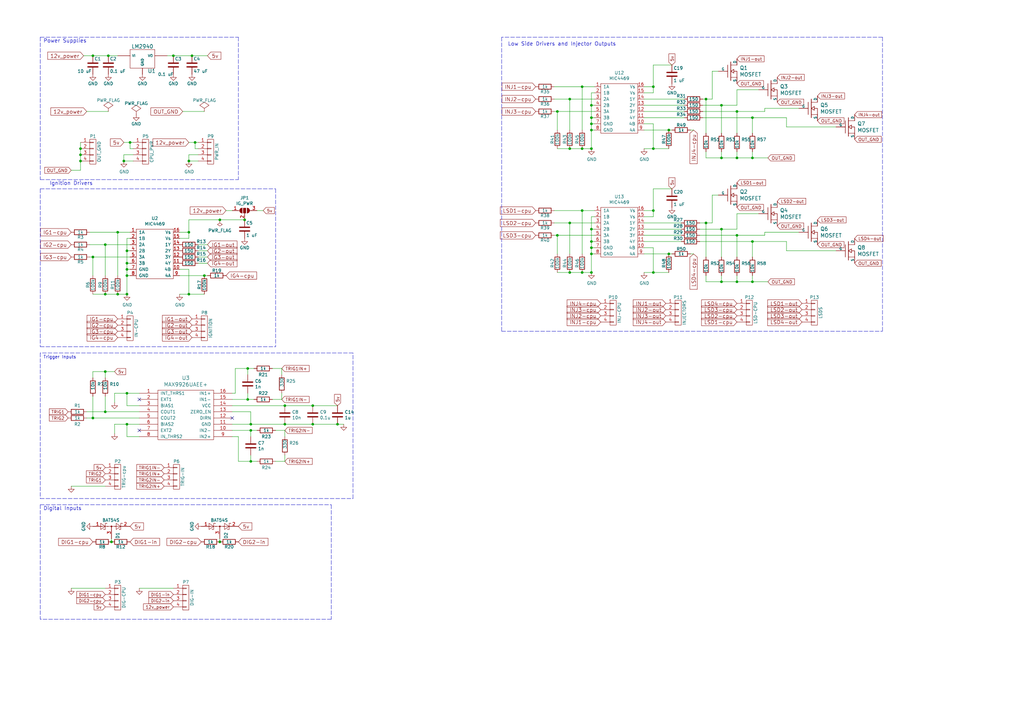
<source format=kicad_sch>
(kicad_sch (version 20211123) (generator eeschema)
  (paper "A3")
  (junction (at 267.97 86.36))
  (junction (at 289.56 40.64))
  (junction (at 302.26 115.57))
  (junction (at 33.02 60.96))
  (junction (at 52.07 102.87))
  (junction (at 38.1 105.41))
  (junction (at 242.57 101.6))
  (junction (at 242.57 111.76))
  (junction (at 52.07 120.65))
  (junction (at 233.68 91.44))
  (junction (at 101.6 151.13))
  (junction (at 77.47 95.25))
  (junction (at 52.07 107.95))
  (junction (at 43.18 100.33))
  (junction (at 267.97 35.56))
  (junction (at 138.43 173.99))
  (junction (at 52.07 113.03))
  (junction (at 77.47 120.65))
  (junction (at 233.68 60.96))
  (junction (at 233.68 40.64))
  (junction (at 45.72 222.25))
  (junction (at 295.91 43.18))
  (junction (at 90.17 222.25))
  (junction (at 128.27 166.37))
  (junction (at 295.91 115.57))
  (junction (at 302.26 64.77))
  (junction (at 44.45 22.86))
  (junction (at 80.01 58.42))
  (junction (at 308.61 64.77))
  (junction (at 242.57 93.98))
  (junction (at 295.91 93.98))
  (junction (at 242.57 50.8))
  (junction (at 83.82 113.03))
  (junction (at 33.02 63.5))
  (junction (at 274.32 104.14))
  (junction (at 48.26 120.65))
  (junction (at 102.87 173.99))
  (junction (at 116.84 166.37))
  (junction (at 78.74 22.86))
  (junction (at 90.17 90.17))
  (junction (at 274.32 53.34))
  (junction (at 242.57 48.26))
  (junction (at 71.12 22.86))
  (junction (at 128.27 173.99))
  (junction (at 308.61 115.57))
  (junction (at 100.33 90.17))
  (junction (at 295.91 64.77))
  (junction (at 238.76 111.76))
  (junction (at 242.57 60.96))
  (junction (at 267.97 60.96))
  (junction (at 242.57 53.34))
  (junction (at 289.56 91.44))
  (junction (at 238.76 35.56))
  (junction (at 302.26 96.52))
  (junction (at 101.6 163.83))
  (junction (at 242.57 43.18))
  (junction (at 242.57 104.14))
  (junction (at 102.87 176.53))
  (junction (at 116.84 173.99))
  (junction (at 52.07 173.99))
  (junction (at 48.26 95.25))
  (junction (at 308.61 48.26))
  (junction (at 242.57 99.06))
  (junction (at 302.26 45.72))
  (junction (at 267.97 111.76))
  (junction (at 43.18 152.4))
  (junction (at 238.76 86.36))
  (junction (at 308.61 99.06))
  (junction (at 43.18 168.91))
  (junction (at 52.07 161.29))
  (junction (at 52.07 110.49))
  (junction (at 38.1 22.86))
  (junction (at 53.34 58.42))
  (junction (at 33.02 66.04))
  (junction (at 102.87 189.23))
  (junction (at 233.68 111.76))
  (junction (at 38.1 171.45))
  (junction (at 50.8 66.04))
  (junction (at 238.76 60.96))
  (junction (at 77.47 66.04))
  (junction (at 43.18 120.65))
  (junction (at 228.6 96.52))
  (junction (at 228.6 45.72))
  (no_connect (at 57.15 176.53))
  (no_connect (at 95.25 171.45))
  (no_connect (at 57.15 163.83))
  (wire (pts (xy 48.26 95.25) (xy 53.34 95.25)))
  (wire (pts (xy 302.26 105.41) (xy 302.26 96.52)))
  (wire (pts (xy 267.97 26.67) (xy 267.97 35.56)))
  (wire (pts (xy 228.6 111.76) (xy 233.68 111.76)))
  (wire (pts (xy 308.61 113.03) (xy 308.61 115.57)))
  (wire (pts (xy 95.25 161.29) (xy 96.52 161.29)))
  (wire (pts (xy 295.91 54.61) (xy 295.91 43.18)))
  (wire (pts (xy 80.01 58.42) (xy 81.28 58.42)))
  (wire (pts (xy 52.07 110.49) (xy 52.07 113.03)))
  (wire (pts (xy 57.15 171.45) (xy 38.1 171.45)))
  (wire (pts (xy 289.56 64.77) (xy 295.91 64.77)))
  (wire (pts (xy 242.57 93.98) (xy 242.57 88.9)))
  (wire (pts (xy 36.83 105.41) (xy 38.1 105.41)))
  (wire (pts (xy 102.87 186.69) (xy 102.87 189.23)))
  (wire (pts (xy 101.6 163.83) (xy 104.14 163.83)))
  (wire (pts (xy 57.15 179.07) (xy 52.07 179.07)))
  (wire (pts (xy 54.61 63.5) (xy 50.8 63.5)))
  (wire (pts (xy 95.25 86.36) (xy 92.71 86.36)))
  (wire (pts (xy 295.91 93.98) (xy 302.26 93.98)))
  (wire (pts (xy 242.57 43.18) (xy 242.57 38.1)))
  (wire (pts (xy 71.12 22.86) (xy 78.74 22.86)))
  (wire (pts (xy 302.26 113.03) (xy 302.26 115.57)))
  (wire (pts (xy 295.91 43.18) (xy 302.26 43.18)))
  (wire (pts (xy 242.57 104.14) (xy 243.84 104.14)))
  (wire (pts (xy 81.28 107.95) (xy 85.09 107.95)))
  (wire (pts (xy 95.25 163.83) (xy 101.6 163.83)))
  (wire (pts (xy 52.07 161.29) (xy 46.99 161.29)))
  (wire (pts (xy 138.43 166.37) (xy 128.27 166.37)))
  (wire (pts (xy 242.57 50.8) (xy 243.84 50.8)))
  (wire (pts (xy 295.91 115.57) (xy 302.26 115.57)))
  (wire (pts (xy 289.56 62.23) (xy 289.56 64.77)))
  (wire (pts (xy 128.27 166.37) (xy 116.84 166.37)))
  (wire (pts (xy 43.18 113.03) (xy 43.18 100.33)))
  (wire (pts (xy 242.57 101.6) (xy 242.57 104.14)))
  (wire (pts (xy 264.16 104.14) (xy 274.32 104.14)))
  (wire (pts (xy 33.02 63.5) (xy 33.02 66.04)))
  (polyline (pts (xy 16.51 15.24) (xy 16.51 73.66)))
  (wire (pts (xy 77.47 58.42) (xy 80.01 58.42)))
  (wire (pts (xy 228.6 104.14) (xy 228.6 96.52)))
  (wire (pts (xy 102.87 176.53) (xy 105.41 176.53)))
  (wire (pts (xy 116.84 176.53) (xy 116.84 179.07)))
  (wire (pts (xy 238.76 53.34) (xy 238.76 35.56)))
  (wire (pts (xy 34.29 22.86) (xy 38.1 22.86)))
  (polyline (pts (xy 205.74 15.24) (xy 205.74 135.89)))
  (wire (pts (xy 322.58 48.26) (xy 322.58 52.07)))
  (wire (pts (xy 308.61 48.26) (xy 322.58 48.26)))
  (wire (pts (xy 308.61 99.06) (xy 322.58 99.06)))
  (wire (pts (xy 267.97 38.1) (xy 264.16 38.1)))
  (wire (pts (xy 43.18 162.56) (xy 43.18 168.91)))
  (wire (pts (xy 95.25 166.37) (xy 116.84 166.37)))
  (wire (pts (xy 267.97 88.9) (xy 264.16 88.9)))
  (wire (pts (xy 33.02 60.96) (xy 33.02 58.42)))
  (wire (pts (xy 74.93 45.72) (xy 83.82 45.72)))
  (wire (pts (xy 274.32 104.14) (xy 275.59 104.14)))
  (wire (pts (xy 105.41 86.36) (xy 107.95 86.36)))
  (wire (pts (xy 138.43 173.99) (xy 140.97 173.99)))
  (wire (pts (xy 52.07 107.95) (xy 52.07 110.49)))
  (wire (pts (xy 38.1 171.45) (xy 35.56 171.45)))
  (wire (pts (xy 267.97 77.47) (xy 267.97 86.36)))
  (wire (pts (xy 308.61 64.77) (xy 314.96 64.77)))
  (wire (pts (xy 302.26 43.18) (xy 302.26 36.83)))
  (wire (pts (xy 302.26 64.77) (xy 308.61 64.77)))
  (wire (pts (xy 57.15 173.99) (xy 52.07 173.99)))
  (wire (pts (xy 35.56 168.91) (xy 43.18 168.91)))
  (wire (pts (xy 38.1 120.65) (xy 43.18 120.65)))
  (wire (pts (xy 242.57 53.34) (xy 243.84 53.34)))
  (wire (pts (xy 238.76 60.96) (xy 242.57 60.96)))
  (wire (pts (xy 44.45 22.86) (xy 48.26 22.86)))
  (wire (pts (xy 302.26 62.23) (xy 302.26 64.77)))
  (wire (pts (xy 101.6 153.67) (xy 101.6 151.13)))
  (wire (pts (xy 233.68 60.96) (xy 238.76 60.96)))
  (wire (pts (xy 57.15 161.29) (xy 52.07 161.29)))
  (wire (pts (xy 292.1 80.01) (xy 294.64 80.01)))
  (wire (pts (xy 43.18 152.4) (xy 38.1 152.4)))
  (wire (pts (xy 96.52 161.29) (xy 96.52 151.13)))
  (wire (pts (xy 102.87 173.99) (xy 116.84 173.99)))
  (wire (pts (xy 308.61 115.57) (xy 314.96 115.57)))
  (wire (pts (xy 228.6 45.72) (xy 243.84 45.72)))
  (wire (pts (xy 57.15 166.37) (xy 52.07 166.37)))
  (wire (pts (xy 238.76 111.76) (xy 242.57 111.76)))
  (wire (pts (xy 295.91 64.77) (xy 302.26 64.77)))
  (wire (pts (xy 38.1 105.41) (xy 53.34 105.41)))
  (wire (pts (xy 233.68 104.14) (xy 233.68 91.44)))
  (wire (pts (xy 289.56 115.57) (xy 295.91 115.57)))
  (wire (pts (xy 38.1 113.03) (xy 38.1 105.41)))
  (wire (pts (xy 81.28 100.33) (xy 85.09 100.33)))
  (wire (pts (xy 116.84 189.23) (xy 116.84 186.69)))
  (wire (pts (xy 288.29 45.72) (xy 302.26 45.72)))
  (wire (pts (xy 242.57 101.6) (xy 243.84 101.6)))
  (wire (pts (xy 78.74 22.86) (xy 85.09 22.86)))
  (polyline (pts (xy 113.03 77.47) (xy 113.03 142.24)))
  (wire (pts (xy 264.16 91.44) (xy 279.4 91.44)))
  (wire (pts (xy 289.56 113.03) (xy 289.56 115.57)))
  (wire (pts (xy 52.07 120.65) (xy 52.07 113.03)))
  (wire (pts (xy 233.68 91.44) (xy 243.84 91.44)))
  (wire (pts (xy 242.57 111.76) (xy 242.57 104.14)))
  (wire (pts (xy 267.97 35.56) (xy 264.16 35.56)))
  (wire (pts (xy 83.82 113.03) (xy 85.09 113.03)))
  (wire (pts (xy 54.61 60.96) (xy 53.34 60.96)))
  (wire (pts (xy 95.25 168.91) (xy 102.87 168.91)))
  (wire (pts (xy 264.16 43.18) (xy 280.67 43.18)))
  (polyline (pts (xy 16.51 204.47) (xy 144.78 204.47)))
  (wire (pts (xy 264.16 96.52) (xy 279.4 96.52)))
  (wire (pts (xy 289.56 105.41) (xy 289.56 91.44)))
  (polyline (pts (xy 16.51 142.24) (xy 113.03 142.24)))
  (wire (pts (xy 52.07 113.03) (xy 53.34 113.03)))
  (wire (pts (xy 227.33 96.52) (xy 228.6 96.52)))
  (wire (pts (xy 227.33 40.64) (xy 233.68 40.64)))
  (wire (pts (xy 29.21 241.3) (xy 43.18 241.3)))
  (wire (pts (xy 242.57 99.06) (xy 243.84 99.06)))
  (wire (pts (xy 288.29 48.26) (xy 308.61 48.26)))
  (wire (pts (xy 102.87 189.23) (xy 105.41 189.23)))
  (wire (pts (xy 228.6 53.34) (xy 228.6 45.72)))
  (wire (pts (xy 302.26 115.57) (xy 308.61 115.57)))
  (polyline (pts (xy 16.51 77.47) (xy 16.51 142.24)))
  (wire (pts (xy 242.57 38.1) (xy 243.84 38.1)))
  (wire (pts (xy 308.61 62.23) (xy 308.61 64.77)))
  (wire (pts (xy 81.28 102.87) (xy 85.09 102.87)))
  (wire (pts (xy 81.28 60.96) (xy 80.01 60.96)))
  (wire (pts (xy 43.18 152.4) (xy 43.18 154.94)))
  (wire (pts (xy 238.76 35.56) (xy 243.84 35.56)))
  (wire (pts (xy 36.83 95.25) (xy 48.26 95.25)))
  (wire (pts (xy 52.07 102.87) (xy 52.07 97.79)))
  (wire (pts (xy 80.01 60.96) (xy 80.01 58.42)))
  (wire (pts (xy 242.57 48.26) (xy 242.57 50.8)))
  (wire (pts (xy 95.25 173.99) (xy 102.87 173.99)))
  (wire (pts (xy 264.16 111.76) (xy 267.97 111.76)))
  (wire (pts (xy 264.16 45.72) (xy 280.67 45.72)))
  (wire (pts (xy 283.21 104.14) (xy 284.48 104.14)))
  (wire (pts (xy 90.17 90.17) (xy 100.33 90.17)))
  (wire (pts (xy 295.91 62.23) (xy 295.91 64.77)))
  (wire (pts (xy 267.97 86.36) (xy 267.97 88.9)))
  (polyline (pts (xy 361.95 15.24) (xy 361.95 135.89)))
  (wire (pts (xy 111.76 163.83) (xy 115.57 163.83)))
  (wire (pts (xy 287.02 96.52) (xy 302.26 96.52)))
  (wire (pts (xy 267.97 111.76) (xy 274.32 111.76)))
  (wire (pts (xy 302.26 36.83) (xy 311.15 36.83)))
  (wire (pts (xy 33.02 63.5) (xy 33.02 60.96)))
  (wire (pts (xy 322.58 102.87) (xy 342.9 102.87)))
  (wire (pts (xy 302.26 96.52) (xy 313.69 96.52)))
  (polyline (pts (xy 135.89 207.01) (xy 135.89 254)))
  (polyline (pts (xy 97.79 15.24) (xy 97.79 73.66)))
  (wire (pts (xy 81.28 105.41) (xy 85.09 105.41)))
  (wire (pts (xy 77.47 66.04) (xy 81.28 66.04)))
  (wire (pts (xy 228.6 60.96) (xy 233.68 60.96)))
  (wire (pts (xy 287.02 93.98) (xy 295.91 93.98)))
  (polyline (pts (xy 135.89 254) (xy 16.51 254)))
  (wire (pts (xy 295.91 105.41) (xy 295.91 93.98)))
  (wire (pts (xy 289.56 54.61) (xy 289.56 40.64)))
  (wire (pts (xy 96.52 151.13) (xy 101.6 151.13)))
  (wire (pts (xy 267.97 50.8) (xy 267.97 60.96)))
  (wire (pts (xy 77.47 95.25) (xy 77.47 97.79)))
  (wire (pts (xy 287.02 91.44) (xy 289.56 91.44)))
  (wire (pts (xy 242.57 99.06) (xy 242.57 101.6)))
  (wire (pts (xy 264.16 48.26) (xy 280.67 48.26)))
  (wire (pts (xy 73.66 120.65) (xy 77.47 120.65)))
  (wire (pts (xy 264.16 50.8) (xy 267.97 50.8)))
  (wire (pts (xy 77.47 97.79) (xy 73.66 97.79)))
  (wire (pts (xy 264.16 60.96) (xy 267.97 60.96)))
  (wire (pts (xy 274.32 53.34) (xy 275.59 53.34)))
  (wire (pts (xy 264.16 99.06) (xy 279.4 99.06)))
  (wire (pts (xy 52.07 166.37) (xy 52.07 161.29)))
  (wire (pts (xy 77.47 63.5) (xy 77.47 66.04)))
  (wire (pts (xy 302.26 87.63) (xy 311.15 87.63)))
  (wire (pts (xy 113.03 176.53) (xy 116.84 176.53)))
  (wire (pts (xy 115.57 163.83) (xy 115.57 161.29)))
  (wire (pts (xy 264.16 101.6) (xy 267.97 101.6)))
  (wire (pts (xy 48.26 113.03) (xy 48.26 95.25)))
  (polyline (pts (xy 144.78 144.78) (xy 16.51 144.78)))
  (polyline (pts (xy 16.51 207.01) (xy 16.51 254)))
  (polyline (pts (xy 16.51 144.78) (xy 16.51 204.47)))
  (wire (pts (xy 81.28 63.5) (xy 77.47 63.5)))
  (wire (pts (xy 29.21 199.39) (xy 43.18 199.39)))
  (wire (pts (xy 50.8 63.5) (xy 50.8 66.04)))
  (wire (pts (xy 227.33 35.56) (xy 238.76 35.56)))
  (wire (pts (xy 264.16 40.64) (xy 280.67 40.64)))
  (wire (pts (xy 242.57 48.26) (xy 242.57 43.18)))
  (wire (pts (xy 242.57 50.8) (xy 242.57 53.34)))
  (wire (pts (xy 43.18 168.91) (xy 57.15 168.91)))
  (wire (pts (xy 111.76 151.13) (xy 115.57 151.13)))
  (wire (pts (xy 227.33 86.36) (xy 238.76 86.36)))
  (wire (pts (xy 97.79 189.23) (xy 102.87 189.23)))
  (wire (pts (xy 46.99 173.99) (xy 46.99 177.8)))
  (wire (pts (xy 267.97 26.67) (xy 275.59 26.67)))
  (wire (pts (xy 287.02 99.06) (xy 308.61 99.06)))
  (wire (pts (xy 308.61 105.41) (xy 308.61 99.06)))
  (wire (pts (xy 233.68 53.34) (xy 233.68 40.64)))
  (polyline (pts (xy 16.51 207.01) (xy 135.89 207.01)))
  (wire (pts (xy 57.15 241.3) (xy 71.12 241.3)))
  (wire (pts (xy 73.66 110.49) (xy 77.47 110.49)))
  (polyline (pts (xy 144.78 204.47) (xy 144.78 144.78)))
  (wire (pts (xy 45.72 220.98) (xy 45.72 222.25)))
  (wire (pts (xy 52.07 110.49) (xy 53.34 110.49)))
  (wire (pts (xy 288.29 40.64) (xy 289.56 40.64)))
  (wire (pts (xy 52.07 107.95) (xy 52.07 102.87)))
  (wire (pts (xy 115.57 151.13) (xy 115.57 153.67)))
  (wire (pts (xy 52.07 173.99) (xy 46.99 173.99)))
  (wire (pts (xy 43.18 120.65) (xy 48.26 120.65)))
  (wire (pts (xy 35.56 45.72) (xy 44.45 45.72)))
  (wire (pts (xy 227.33 91.44) (xy 233.68 91.44)))
  (wire (pts (xy 77.47 95.25) (xy 73.66 95.25)))
  (wire (pts (xy 90.17 90.17) (xy 77.47 90.17)))
  (wire (pts (xy 138.43 173.99) (xy 128.27 173.99)))
  (wire (pts (xy 288.29 43.18) (xy 295.91 43.18)))
  (wire (pts (xy 292.1 91.44) (xy 292.1 80.01)))
  (wire (pts (xy 267.97 60.96) (xy 274.32 60.96)))
  (wire (pts (xy 313.69 45.72) (xy 313.69 44.45)))
  (wire (pts (xy 101.6 161.29) (xy 101.6 163.83)))
  (wire (pts (xy 295.91 113.03) (xy 295.91 115.57)))
  (wire (pts (xy 322.58 99.06) (xy 322.58 102.87)))
  (wire (pts (xy 313.69 96.52) (xy 313.69 95.25)))
  (wire (pts (xy 38.1 152.4) (xy 38.1 154.94)))
  (wire (pts (xy 101.6 151.13) (xy 104.14 151.13)))
  (wire (pts (xy 52.07 102.87) (xy 53.34 102.87)))
  (wire (pts (xy 233.68 111.76) (xy 238.76 111.76)))
  (wire (pts (xy 95.25 179.07) (xy 97.79 179.07)))
  (wire (pts (xy 242.57 88.9) (xy 243.84 88.9)))
  (polyline (pts (xy 16.51 77.47) (xy 113.03 77.47)))
  (wire (pts (xy 322.58 52.07) (xy 342.9 52.07)))
  (wire (pts (xy 289.56 91.44) (xy 292.1 91.44)))
  (wire (pts (xy 267.97 101.6) (xy 267.97 111.76)))
  (wire (pts (xy 302.26 93.98) (xy 302.26 87.63)))
  (wire (pts (xy 43.18 100.33) (xy 53.34 100.33)))
  (polyline (pts (xy 205.74 135.89) (xy 361.95 135.89)))
  (wire (pts (xy 308.61 54.61) (xy 308.61 48.26)))
  (wire (pts (xy 292.1 29.21) (xy 294.64 29.21)))
  (wire (pts (xy 77.47 120.65) (xy 83.82 120.65)))
  (wire (pts (xy 52.07 107.95) (xy 53.34 107.95)))
  (wire (pts (xy 242.57 48.26) (xy 243.84 48.26)))
  (wire (pts (xy 77.47 110.49) (xy 77.47 120.65)))
  (wire (pts (xy 95.25 176.53) (xy 102.87 176.53)))
  (wire (pts (xy 52.07 97.79) (xy 53.34 97.79)))
  (wire (pts (xy 302.26 45.72) (xy 313.69 45.72)))
  (wire (pts (xy 46.99 152.4) (xy 43.18 152.4)))
  (wire (pts (xy 264.16 53.34) (xy 274.32 53.34)))
  (wire (pts (xy 53.34 58.42) (xy 54.61 58.42)))
  (wire (pts (xy 238.76 86.36) (xy 243.84 86.36)))
  (wire (pts (xy 313.69 95.25) (xy 327.66 95.25)))
  (wire (pts (xy 292.1 40.64) (xy 292.1 29.21)))
  (wire (pts (xy 233.68 40.64) (xy 243.84 40.64)))
  (wire (pts (xy 242.57 99.06) (xy 242.57 93.98)))
  (wire (pts (xy 267.97 77.47) (xy 275.59 77.47)))
  (wire (pts (xy 50.8 66.04) (xy 54.61 66.04)))
  (wire (pts (xy 38.1 22.86) (xy 44.45 22.86)))
  (wire (pts (xy 50.8 58.42) (xy 53.34 58.42)))
  (wire (pts (xy 52.07 179.07) (xy 52.07 173.99)))
  (polyline (pts (xy 361.95 15.24) (xy 205.74 15.24)))
  (wire (pts (xy 116.84 173.99) (xy 128.27 173.99)))
  (wire (pts (xy 238.76 104.14) (xy 238.76 86.36)))
  (wire (pts (xy 242.57 43.18) (xy 243.84 43.18)))
  (wire (pts (xy 36.83 100.33) (xy 43.18 100.33)))
  (wire (pts (xy 242.57 60.96) (xy 242.57 53.34)))
  (polyline (pts (xy 16.51 15.24) (xy 97.79 15.24)))
  (wire (pts (xy 242.57 93.98) (xy 243.84 93.98)))
  (wire (pts (xy 77.47 90.17) (xy 77.47 95.25)))
  (wire (pts (xy 102.87 179.07) (xy 102.87 176.53)))
  (wire (pts (xy 283.21 53.34) (xy 284.48 53.34)))
  (wire (pts (xy 73.66 113.03) (xy 83.82 113.03)))
  (wire (pts (xy 302.26 54.61) (xy 302.26 45.72)))
  (wire (pts (xy 102.87 168.91) (xy 102.87 173.99)))
  (wire (pts (xy 29.21 69.85) (xy 33.02 69.85)))
  (wire (pts (xy 46.99 161.29) (xy 46.99 165.1)))
  (wire (pts (xy 90.17 220.98) (xy 90.17 222.25)))
  (wire (pts (xy 267.97 86.36) (xy 264.16 86.36)))
  (wire (pts (xy 289.56 40.64) (xy 292.1 40.64)))
  (wire (pts (xy 113.03 189.23) (xy 116.84 189.23)))
  (wire (pts (xy 264.16 93.98) (xy 279.4 93.98)))
  (wire (pts (xy 68.58 22.86) (xy 71.12 22.86)))
  (wire (pts (xy 97.79 179.07) (xy 97.79 189.23)))
  (wire (pts (xy 227.33 45.72) (xy 228.6 45.72)))
  (wire (pts (xy 33.02 69.85) (xy 33.02 66.04)))
  (wire (pts (xy 38.1 162.56) (xy 38.1 171.45)))
  (wire (pts (xy 228.6 96.52) (xy 243.84 96.52)))
  (wire (pts (xy 313.69 44.45) (xy 327.66 44.45)))
  (polyline (pts (xy 16.51 73.66) (xy 97.79 73.66)))
  (wire (pts (xy 53.34 60.96) (xy 53.34 58.42)))
  (wire (pts (xy 48.26 120.65) (xy 52.07 120.65)))
  (wire (pts (xy 267.97 35.56) (xy 267.97 38.1)))
  (text "Power Supplies" (at 17.78 17.78 0) (effects (font (size 1.524 1.524)) (justify left bottom)))
  (text "Ignition Drivers" (at 20.32 76.2 0) (effects (font (size 1.524 1.524)) (justify left bottom)))
  (text "Trigger Inputs" (at 17.78 147.32 0) (effects (font (size 1.27 1.27)) (justify left bottom)))
  (text "Digital Inputs" (at 17.78 209.55 0) (effects (font (size 1.524 1.524)) (justify left bottom)))
  (text "Low Side Drivers and Injector Outputs" (at 208.28 19.05 0) (effects (font (size 1.524 1.524)) (justify left bottom)))
  (global_label "TRIG1IN-" (shape input) (at 67.31 191.77 180) (property "Intersheet References" "${INTERSHEET_REFS}" (effects hide)))
  (global_label "5v" (shape input) (at 107.95 86.36 0) (property "Intersheet References" "${INTERSHEET_REFS}" (effects hide)))
  (global_label "INJ4-cpu" (shape input) (at 246.38 124.46 180) (effects (font (size 1.524 1.524))) (property "Intersheet References" "${INTERSHEET_REFS}" (effects hide)))
  (global_label "IG3-cpu" (shape input) (at 48.26 135.89 180) (effects (font (size 1.524 1.524))) (property "Intersheet References" "${INTERSHEET_REFS}" (effects hide)))
  (global_label "TRIG1IN+" (shape input) (at 115.57 151.13 0) (property "Intersheet References" "${INTERSHEET_REFS}" (effects hide)))
  (global_label "INJ3-cpu" (shape input) (at 246.38 127 180) (effects (font (size 1.524 1.524))) (property "Intersheet References" "${INTERSHEET_REFS}" (effects hide)))
  (global_label "TRIG2IN+" (shape input) (at 116.84 189.23 0) (property "Intersheet References" "${INTERSHEET_REFS}" (effects hide)))
  (global_label "DIG1-cpu" (shape input) (at 38.1 222.25 180) (effects (font (size 1.524 1.524))) (property "Intersheet References" "${INTERSHEET_REFS}" (effects hide)))
  (global_label "INJ4-cpu" (shape input) (at 284.48 53.34 270) (effects (font (size 1.524 1.524))) (property "Intersheet References" "${INTERSHEET_REFS}" (effects hide)))
  (global_label "5v" (shape input) (at 97.79 215.9 0) (effects (font (size 1.524 1.524))) (property "Intersheet References" "${INTERSHEET_REFS}" (effects hide)))
  (global_label "IG2-cpu" (shape input) (at 48.26 133.35 180) (effects (font (size 1.524 1.524))) (property "Intersheet References" "${INTERSHEET_REFS}" (effects hide)))
  (global_label "5v" (shape input) (at 138.43 166.37 90) (property "Intersheet References" "${INTERSHEET_REFS}" (effects hide)))
  (global_label "IG4-cpu" (shape input) (at 48.26 138.43 180) (effects (font (size 1.524 1.524))) (property "Intersheet References" "${INTERSHEET_REFS}" (effects hide)))
  (global_label "TRIG2IN-" (shape input) (at 67.31 196.85 180) (property "Intersheet References" "${INTERSHEET_REFS}" (effects hide)))
  (global_label "12v_power" (shape input) (at 77.47 58.42 180) (effects (font (size 1.524 1.524))) (property "Intersheet References" "${INTERSHEET_REFS}" (effects hide)))
  (global_label "TRIG1" (shape input) (at 27.94 168.91 180) (property "Intersheet References" "${INTERSHEET_REFS}" (effects hide)))
  (global_label "12v_power" (shape input) (at 35.56 45.72 180) (effects (font (size 1.524 1.524))) (property "Intersheet References" "${INTERSHEET_REFS}" (effects hide)))
  (global_label "LSD4-out" (shape input) (at 350.52 97.79 0) (property "Intersheet References" "${INTERSHEET_REFS}" (effects hide)))
  (global_label "TRIG1IN-" (shape input) (at 115.57 163.83 0) (property "Intersheet References" "${INTERSHEET_REFS}" (effects hide)))
  (global_label "LSD2-out" (shape input) (at 328.93 127 180) (effects (font (size 1.524 1.524))) (property "Intersheet References" "${INTERSHEET_REFS}" (effects hide)))
  (global_label "LSD1-cpu" (shape input) (at 302.26 132.08 180) (effects (font (size 1.524 1.524))) (property "Intersheet References" "${INTERSHEET_REFS}" (effects hide)))
  (global_label "LSD4-out" (shape input) (at 328.93 132.08 180) (effects (font (size 1.524 1.524))) (property "Intersheet References" "${INTERSHEET_REFS}" (effects hide)))
  (global_label "5v" (shape input) (at 53.34 215.9 0) (effects (font (size 1.524 1.524))) (property "Intersheet References" "${INTERSHEET_REFS}" (effects hide)))
  (global_label "DIG1-cpu" (shape input) (at 43.18 243.84 180) (property "Intersheet References" "${INTERSHEET_REFS}" (effects hide)))
  (global_label "INJ3-out" (shape input) (at 335.28 39.37 0) (property "Intersheet References" "${INTERSHEET_REFS}" (effects hide)))
  (global_label "DIG2-in" (shape input) (at 71.12 246.38 180) (property "Intersheet References" "${INTERSHEET_REFS}" (effects hide)))
  (global_label "IG1-cpu" (shape input) (at 29.21 95.25 180) (effects (font (size 1.524 1.524))) (property "Intersheet References" "${INTERSHEET_REFS}" (effects hide)))
  (global_label "LSD3-out" (shape input) (at 328.93 129.54 180) (effects (font (size 1.524 1.524))) (property "Intersheet References" "${INTERSHEET_REFS}" (effects hide)))
  (global_label "OUT_GND" (shape input) (at 302.26 85.09 0) (property "Intersheet References" "${INTERSHEET_REFS}" (effects hide)))
  (global_label "IG2-out" (shape input) (at 78.74 133.35 180) (effects (font (size 1.524 1.524))) (property "Intersheet References" "${INTERSHEET_REFS}" (effects hide)))
  (global_label "OUT_GND" (shape input) (at 29.21 69.85 180) (property "Intersheet References" "${INTERSHEET_REFS}" (effects hide)))
  (global_label "TRIG2IN+" (shape input) (at 67.31 199.39 180) (property "Intersheet References" "${INTERSHEET_REFS}" (effects hide)))
  (global_label "LSD3-cpu" (shape input) (at 219.71 96.52 180) (effects (font (size 1.524 1.524))) (property "Intersheet References" "${INTERSHEET_REFS}" (effects hide)))
  (global_label "LSD4-cpu" (shape input) (at 302.26 124.46 180) (effects (font (size 1.524 1.524))) (property "Intersheet References" "${INTERSHEET_REFS}" (effects hide)))
  (global_label "INJ1-cpu" (shape input) (at 219.71 35.56 180) (effects (font (size 1.524 1.524))) (property "Intersheet References" "${INTERSHEET_REFS}" (effects hide)))
  (global_label "LSD4-cpu" (shape input) (at 284.48 104.14 270) (effects (font (size 1.524 1.524))) (property "Intersheet References" "${INTERSHEET_REFS}" (effects hide)))
  (global_label "OUT_GND" (shape input) (at 335.28 49.53 0) (property "Intersheet References" "${INTERSHEET_REFS}" (effects hide)))
  (global_label "DIG1-in" (shape input) (at 71.12 243.84 180) (property "Intersheet References" "${INTERSHEET_REFS}" (effects hide)))
  (global_label "12v_power" (shape input) (at 34.29 22.86 180) (effects (font (size 1.524 1.524))) (property "Intersheet References" "${INTERSHEET_REFS}" (effects hide)))
  (global_label "12v_power" (shape input) (at 92.71 86.36 180) (effects (font (size 1.524 1.524))) (property "Intersheet References" "${INTERSHEET_REFS}" (effects hide)))
  (global_label "TRIG2IN-" (shape input) (at 116.84 176.53 0) (property "Intersheet References" "${INTERSHEET_REFS}" (effects hide)))
  (global_label "5v" (shape input) (at 275.59 26.67 90) (property "Intersheet References" "${INTERSHEET_REFS}" (effects hide)))
  (global_label "TRIG2" (shape input) (at 27.94 171.45 180) (property "Intersheet References" "${INTERSHEET_REFS}" (effects hide)))
  (global_label "OUT_GND" (shape input) (at 302.26 34.29 0) (property "Intersheet References" "${INTERSHEET_REFS}" (effects hide)))
  (global_label "INJ1-out" (shape input) (at 302.26 24.13 0) (property "Intersheet References" "${INTERSHEET_REFS}" (effects hide)))
  (global_label "IG3-cpu" (shape input) (at 29.21 105.41 180) (effects (font (size 1.524 1.524))) (property "Intersheet References" "${INTERSHEET_REFS}" (effects hide)))
  (global_label "INJ4-out" (shape input) (at 350.52 46.99 0) (property "Intersheet References" "${INTERSHEET_REFS}" (effects hide)))
  (global_label "OUT_GND" (shape input) (at 335.28 100.33 0) (property "Intersheet References" "${INTERSHEET_REFS}" (effects hide)))
  (global_label "DIG1-in" (shape input) (at 53.34 222.25 0) (effects (font (size 1.524 1.524))) (property "Intersheet References" "${INTERSHEET_REFS}" (effects hide)))
  (global_label "INJ2-cpu" (shape input) (at 219.71 40.64 180) (effects (font (size 1.524 1.524))) (property "Intersheet References" "${INTERSHEET_REFS}" (effects hide)))
  (global_label "IG1-cpu" (shape input) (at 48.26 130.81 180) (effects (font (size 1.524 1.524))) (property "Intersheet References" "${INTERSHEET_REFS}" (effects hide)))
  (global_label "TRIG1IN+" (shape input) (at 67.31 194.31 180) (property "Intersheet References" "${INTERSHEET_REFS}" (effects hide)))
  (global_label "LSD2-cpu" (shape input) (at 302.26 129.54 180) (effects (font (size 1.524 1.524))) (property "Intersheet References" "${INTERSHEET_REFS}" (effects hide)))
  (global_label "TRIG2" (shape input) (at 43.18 194.31 180) (property "Intersheet References" "${INTERSHEET_REFS}" (effects hide)))
  (global_label "OUT_GND" (shape input) (at 350.52 107.95 0) (property "Intersheet References" "${INTERSHEET_REFS}" (effects hide)))
  (global_label "OUT_GND" (shape input) (at 74.93 45.72 180) (effects (font (size 1.524 1.524))) (property "Intersheet References" "${INTERSHEET_REFS}" (effects hide)))
  (global_label "OUT_GND" (shape input) (at 318.77 41.91 0) (property "Intersheet References" "${INTERSHEET_REFS}" (effects hide)))
  (global_label "OUT_GND" (shape input) (at 314.96 64.77 0) (property "Intersheet References" "${INTERSHEET_REFS}" (effects hide)))
  (global_label "IG4-out" (shape input) (at 78.74 138.43 180) (effects (font (size 1.524 1.524))) (property "Intersheet References" "${INTERSHEET_REFS}" (effects hide)))
  (global_label "5v" (shape input) (at 50.8 58.42 180) (effects (font (size 1.524 1.524))) (property "Intersheet References" "${INTERSHEET_REFS}" (effects hide)))
  (global_label "LSD3-cpu" (shape input) (at 302.26 127 180) (effects (font (size 1.524 1.524))) (property "Intersheet References" "${INTERSHEET_REFS}" (effects hide)))
  (global_label "5v" (shape input) (at 43.18 248.92 180) (property "Intersheet References" "${INTERSHEET_REFS}" (effects hide)))
  (global_label "LSD2-cpu" (shape input) (at 219.71 91.44 180) (effects (font (size 1.524 1.524))) (property "Intersheet References" "${INTERSHEET_REFS}" (effects hide)))
  (global_label "DIG2-cpu" (shape input) (at 82.55 222.25 180) (effects (font (size 1.524 1.524))) (property "Intersheet References" "${INTERSHEET_REFS}" (effects hide)))
  (global_label "IG4-out" (shape input) (at 85.09 107.95 0) (effects (font (size 1.524 1.524))) (property "Intersheet References" "${INTERSHEET_REFS}" (effects hide)))
  (global_label "5v" (shape input) (at 85.09 22.86 0) (effects (font (size 1.524 1.524))) (property "Intersheet References" "${INTERSHEET_REFS}" (effects hide)))
  (global_label "INJ2-out" (shape input) (at 318.77 31.75 0) (property "Intersheet References" "${INTERSHEET_REFS}" (effects hide)))
  (global_label "LSD1-out" (shape input) (at 302.26 74.93 0) (property "Intersheet References" "${INTERSHEET_REFS}" (effects hide)))
  (global_label "INJ2-cpu" (shape input) (at 246.38 129.54 180) (effects (font (size 1.524 1.524))) (property "Intersheet References" "${INTERSHEET_REFS}" (effects hide)))
  (global_label "LSD2-out" (shape input) (at 318.77 82.55 0) (property "Intersheet References" "${INTERSHEET_REFS}" (effects hide)))
  (global_label "DIG2-cpu" (shape input) (at 43.18 246.38 180) (property "Intersheet References" "${INTERSHEET_REFS}" (effects hide)))
  (global_label "INJ4-out" (shape input) (at 273.05 132.08 180) (effects (font (size 1.524 1.524))) (property "Intersheet References" "${INTERSHEET_REFS}" (effects hide)))
  (global_label "DIG2-in" (shape input) (at 97.79 222.25 0) (effects (font (size 1.524 1.524))) (property "Intersheet References" "${INTERSHEET_REFS}" (effects hide)))
  (global_label "LSD1-cpu" (shape input) (at 219.71 86.36 180) (effects (font (size 1.524 1.524))) (property "Intersheet References" "${INTERSHEET_REFS}" (effects hide)))
  (global_label "TRIG1" (shape input) (at 43.18 196.85 180) (property "Intersheet References" "${INTERSHEET_REFS}" (effects hide)))
  (global_label "IG3-out" (shape input) (at 78.74 135.89 180) (effects (font (size 1.524 1.524))) (property "Intersheet References" "${INTERSHEET_REFS}" (effects hide)))
  (global_label "OUT_GND" (shape input) (at 350.52 57.15 0) (property "Intersheet References" "${INTERSHEET_REFS}" (effects hide)))
  (global_label "LSD1-out" (shape input) (at 328.93 124.46 180) (effects (font (size 1.524 1.524))) (property "Intersheet References" "${INTERSHEET_REFS}" (effects hide)))
  (global_label "INJ1-cpu" (shape input) (at 246.38 132.08 180) (effects (font (size 1.524 1.524))) (property "Intersheet References" "${INTERSHEET_REFS}" (effects hide)))
  (global_label "INJ3-cpu" (shape input) (at 219.71 45.72 180) (effects (font (size 1.524 1.524))) (property "Intersheet References" "${INTERSHEET_REFS}" (effects hide)))
  (global_label "IG4-cpu" (shape input) (at 92.71 113.03 0) (effects (font (size 1.524 1.524))) (property "Intersheet References" "${INTERSHEET_REFS}" (effects hide)))
  (global_label "12v_power" (shape input) (at 71.12 248.92 180) (property "Intersheet References" "${INTERSHEET_REFS}" (effects hide)))
  (global_label "5v" (shape input) (at 46.99 152.4 0) (property "Intersheet References" "${INTERSHEET_REFS}" (effects hide)))
  (global_label "INJ2-out" (shape input) (at 273.05 127 180) (effects (font (size 1.524 1.524))) (property "Intersheet References" "${INTERSHEET_REFS}" (effects hide)))
  (global_label "OUT_GND" (shape input) (at 314.96 115.57 0) (property "Intersheet References" "${INTERSHEET_REFS}" (effects hide)))
  (global_label "IG2-out" (shape input) (at 85.09 102.87 0) (effects (font (size 1.524 1.524))) (property "Intersheet References" "${INTERSHEET_REFS}" (effects hide)))
  (global_label "IG2-cpu" (shape input) (at 29.21 100.33 180) (effects (font (size 1.524 1.524))) (property "Intersheet References" "${INTERSHEET_REFS}" (effects hide)))
  (global_label "LSD3-out" (shape input) (at 335.28 90.17 0) (property "Intersheet References" "${INTERSHEET_REFS}" (effects hide)))
  (global_label "OUT_GND" (shape input) (at 318.77 92.71 0) (property "Intersheet References" "${INTERSHEET_REFS}" (effects hide)))
  (global_label "IG1-out" (shape input) (at 78.74 130.81 180) (effects (font (size 1.524 1.524))) (property "Intersheet References" "${INTERSHEET_REFS}" (effects hide)))
  (global_label "5v" (shape input) (at 275.59 77.47 90) (property "Intersheet References" "${INTERSHEET_REFS}" (effects hide)))
  (global_label "5v" (shape input) (at 43.18 191.77 180) (property "Intersheet References" "${INTERSHEET_REFS}" (effects hide)))
  (global_label "IG3-out" (shape input) (at 85.09 105.41 0) (effects (font (size 1.524 1.524))) (property "Intersheet References" "${INTERSHEET_REFS}" (effects hide)))
  (global_label "INJ1-out" (shape input) (at 273.05 124.46 180) (effects (font (size 1.524 1.524))) (property "Intersheet References" "${INTERSHEET_REFS}" (effects hide)))
  (global_label "INJ3-out" (shape input) (at 273.05 129.54 180) (effects (font (size 1.524 1.524))) (property "Intersheet References" "${INTERSHEET_REFS}" (effects hide)))
  (global_label "IG1-out" (shape input) (at 85.09 100.33 0) (effects (font (size 1.524 1.524))) (property "Intersheet References" "${INTERSHEET_REFS}" (effects hide)))
  (symbol (lib_id "io-rescue:LM2940-io-rescue-io-rescue") (at 58.42 24.13 0) (unit 1)
    (property "Reference" "U1" (at 62.23 29.1084 0) (effects (font (size 1.524 1.524))))
    (property "Value" "LM2940" (at 58.42 19.05 0) (effects (font (size 1.524 1.524))))
    (property "Footprint" "Package_TO_SOT_THT:TO-220-3_Horizontal_TabDown" (effects hide))
  )
  (symbol (lib_id "io-rescue:C-io-rescue-io-rescue") (at 44.45 26.67 0) (unit 1)
    (property "Reference" "C2" (at 45.085 24.13 0) (effects (justify left)))
    (property "Value" "0.1 uF" (at 45.085 29.21 0) (effects (justify left)))
    (property "Footprint" "Capacitor_SMD:C_0805_2012Metric_Pad1.18x1.45mm_HandSolder" (effects hide))
    (property "Rating" "X7R" (effects hide))
  )
  (symbol (lib_id "io-rescue:C-io-rescue-io-rescue") (at 38.1 26.67 0) (unit 1)
    (property "Reference" "C1" (at 38.735 24.13 0) (effects (justify left)))
    (property "Value" "10 uF" (at 31.75 29.21 0) (effects (justify left)))
    (property "Footprint" "Capacitor_SMD:C_0805_2012Metric_Pad1.18x1.45mm_HandSolder" (effects hide))
    (property "Rating" "Tantalum 35V" (effects hide))
  )
  (symbol (lib_id "io-rescue:C-io-rescue-io-rescue") (at 71.12 26.67 0) (unit 1)
    (property "Reference" "C3" (at 71.755 24.13 0) (effects (justify left)))
    (property "Value" "0.1 uF" (at 64.77 30.48 0) (effects (justify left)))
    (property "Footprint" "Capacitor_SMD:C_0805_2012Metric_Pad1.18x1.45mm_HandSolder" (effects hide))
    (property "Rating" "X7R" (effects hide))
  )
  (symbol (lib_id "io-rescue:C-io-rescue-io-rescue") (at 78.74 26.67 0) (unit 1)
    (property "Reference" "C4" (at 79.375 24.13 0) (effects (justify left)))
    (property "Value" "47 uF" (at 79.375 29.21 0) (effects (justify left)))
    (property "Footprint" "Capacitor_SMD:C_1206_3216Metric" (effects hide))
    (property "Rating" "Tantalum 10V" (effects hide))
  )
  (symbol (lib_id "io-rescue:GND-io-rescue-io-rescue") (at 38.1 30.48 0) (unit 1)
    (property "Reference" "#PWR03" (effects hide))
    (property "Value" "GND" (at 38.1 34.29 0))
  )
  (symbol (lib_id "io-rescue:GND-io-rescue-io-rescue") (at 44.45 30.48 0) (unit 1)
    (property "Reference" "#PWR05" (effects hide))
    (property "Value" "GND" (at 44.45 34.29 0))
  )
  (symbol (lib_id "io-rescue:GND-io-rescue-io-rescue") (at 58.42 30.48 0) (unit 1)
    (property "Reference" "#PWR012" (effects hide))
    (property "Value" "GND" (at 58.42 34.29 0))
  )
  (symbol (lib_id "io-rescue:GND-io-rescue-io-rescue") (at 71.12 30.48 0) (unit 1)
    (property "Reference" "#PWR013" (effects hide))
    (property "Value" "GND" (at 71.12 34.29 0))
  )
  (symbol (lib_id "io-rescue:GND-io-rescue-io-rescue") (at 78.74 30.48 0) (unit 1)
    (property "Reference" "#PWR016" (effects hide))
    (property "Value" "GND" (at 78.74 34.29 0))
  )
  (symbol (lib_id "io-rescue:GND-io-rescue-io-rescue") (at 55.88 46.99 0) (unit 1)
    (property "Reference" "#PWR010" (effects hide))
    (property "Value" "GND" (at 55.88 50.8 0))
  )
  (symbol (lib_id "io-rescue:PWR_FLAG-io-rescue-io-rescue") (at 44.45 45.72 0) (unit 1)
    (property "Reference" "#FLG01" (effects hide))
    (property "Value" "PWR_FLAG" (at 44.45 41.148 0))
  )
  (symbol (lib_id "io-rescue:PWR_FLAG-io-rescue-io-rescue") (at 83.82 45.72 0) (unit 1)
    (property "Reference" "#FLG03" (effects hide))
    (property "Value" "PWR_FLAG" (at 83.82 41.148 0))
  )
  (symbol (lib_id "io-rescue:PWR_FLAG-io-rescue-io-rescue") (at 55.88 46.99 0) (unit 1)
    (property "Reference" "#FLG02" (effects hide))
    (property "Value" "PWR_FLAG" (at 55.88 42.418 0))
  )
  (symbol (lib_id "io-rescue:R-io-rescue-io-rescue") (at 38.1 116.84 180) (unit 1)
    (property "Reference" "R6" (at 36.068 116.84 90))
    (property "Value" "100k" (at 38.1 116.84 90))
    (property "Footprint" "Resistor_SMD:R_0805_2012Metric_Pad1.20x1.40mm_HandSolder" (effects hide))
  )
  (symbol (lib_id "io-rescue:R-io-rescue-io-rescue") (at 77.47 100.33 270) (unit 1)
    (property "Reference" "R13" (at 82.55 99.06 90))
    (property "Value" "150" (at 77.47 100.33 90))
    (property "Footprint" "Resistor_SMD:R_0805_2012Metric_Pad1.20x1.40mm_HandSolder" (effects hide))
  )
  (symbol (lib_id "io-rescue:R-io-rescue-io-rescue") (at 33.02 95.25 270) (unit 1)
    (property "Reference" "R3" (at 33.02 97.282 90))
    (property "Value" "1k" (at 33.02 95.25 90))
    (property "Footprint" "Resistor_SMD:R_0805_2012Metric_Pad1.20x1.40mm_HandSolder" (effects hide))
  )
  (symbol (lib_id "io-rescue:C-io-rescue-io-rescue") (at 100.33 93.98 0) (unit 1)
    (property "Reference" "C5" (at 100.965 91.44 0) (effects (justify left)))
    (property "Value" "1 uF" (at 100.965 96.52 0) (effects (justify left)))
    (property "Footprint" "Capacitor_SMD:C_0805_2012Metric_Pad1.18x1.45mm_HandSolder" (effects hide))
  )
  (symbol (lib_id "io-rescue:GND-io-rescue-io-rescue") (at 100.33 97.79 0) (unit 1)
    (property "Reference" "#PWR018" (effects hide))
    (property "Value" "GND" (at 100.33 101.6 0))
  )
  (symbol (lib_id "io-rescue:R-io-rescue-io-rescue") (at 41.91 222.25 270) (unit 1)
    (property "Reference" "R8" (at 41.91 224.282 90))
    (property "Value" "1k" (at 41.91 222.25 90))
    (property "Footprint" "Resistor_SMD:R_0805_2012Metric_Pad1.20x1.40mm_HandSolder" (effects hide))
  )
  (symbol (lib_id "io-rescue:R-io-rescue-io-rescue") (at 49.53 222.25 270) (unit 1)
    (property "Reference" "R12" (at 49.53 224.282 90))
    (property "Value" "1k" (at 49.53 222.25 90))
    (property "Footprint" "Resistor_SMD:R_0805_2012Metric_Pad1.20x1.40mm_HandSolder" (effects hide))
  )
  (symbol (lib_id "io-rescue:GND-io-rescue-io-rescue") (at 38.1 215.9 270) (unit 1)
    (property "Reference" "#PWR04" (effects hide))
    (property "Value" "GND" (at 34.29 215.9 0))
  )
  (symbol (lib_id "io-rescue:CONN_01X04-io-rescue-io-rescue") (at 334.01 128.27 0) (unit 1)
    (property "Reference" "P13" (at 334.01 121.92 0))
    (property "Value" "LSDS" (at 336.55 128.27 90))
    (property "Footprint" "Connector_PinHeader_2.54mm:PinHeader_1x04_P2.54mm_Vertical" (effects hide))
  )
  (symbol (lib_id "io-rescue:MIC4469-viaems-io-rescue") (at 62.23 92.71 0) (unit 1)
    (property "Reference" "U2" (at 63.5 89.535 0))
    (property "Value" "MIC4469" (at 63.5 91.8464 0))
    (property "Footprint" "Package_SO:SOIC-16W_7.5x10.3mm_P1.27mm" (effects hide))
  )
  (symbol (lib_id "io-rescue:R-io-rescue-io-rescue") (at 33.02 100.33 270) (unit 1)
    (property "Reference" "R4" (at 33.02 102.362 90))
    (property "Value" "1k" (at 33.02 100.33 90))
    (property "Footprint" "Resistor_SMD:R_0805_2012Metric_Pad1.20x1.40mm_HandSolder" (effects hide))
  )
  (symbol (lib_id "io-rescue:R-io-rescue-io-rescue") (at 33.02 105.41 270) (unit 1)
    (property "Reference" "R5" (at 33.02 107.442 90))
    (property "Value" "1k" (at 33.02 105.41 90))
    (property "Footprint" "Resistor_SMD:R_0805_2012Metric_Pad1.20x1.40mm_HandSolder" (effects hide))
  )
  (symbol (lib_id "io-rescue:R-io-rescue-io-rescue") (at 88.9 113.03 90) (unit 1)
    (property "Reference" "R19" (at 88.9 110.998 90))
    (property "Value" "1k" (at 88.9 113.03 90))
    (property "Footprint" "Resistor_SMD:R_0805_2012Metric_Pad1.20x1.40mm_HandSolder" (effects hide))
  )
  (symbol (lib_id "io-rescue:R-io-rescue-io-rescue") (at 43.18 116.84 180) (unit 1)
    (property "Reference" "R9" (at 41.148 116.84 90))
    (property "Value" "100k" (at 43.18 116.84 90))
    (property "Footprint" "Resistor_SMD:R_0805_2012Metric_Pad1.20x1.40mm_HandSolder" (effects hide))
  )
  (symbol (lib_id "io-rescue:R-io-rescue-io-rescue") (at 48.26 116.84 180) (unit 1)
    (property "Reference" "R11" (at 46.228 116.84 90))
    (property "Value" "100k" (at 48.26 116.84 90))
    (property "Footprint" "Resistor_SMD:R_0805_2012Metric_Pad1.20x1.40mm_HandSolder" (effects hide))
  )
  (symbol (lib_id "io-rescue:R-io-rescue-io-rescue") (at 83.82 116.84 180) (unit 1)
    (property "Reference" "R17" (at 81.788 116.84 90))
    (property "Value" "100k" (at 83.82 116.84 90))
    (property "Footprint" "Resistor_SMD:R_0805_2012Metric_Pad1.20x1.40mm_HandSolder" (effects hide))
  )
  (symbol (lib_id "power:GND") (at 52.07 120.65 0) (unit 1)
    (property "Reference" "#PWR09" (effects hide))
    (property "Value" "GND" (at 52.197 125.0442 0))
  )
  (symbol (lib_id "power:GND") (at 73.66 120.65 0) (unit 1)
    (property "Reference" "#PWR014" (effects hide))
    (property "Value" "GND" (at 73.787 125.0442 0))
  )
  (symbol (lib_id "io-rescue:R-io-rescue-io-rescue") (at 228.6 57.15 180) (unit 1)
    (property "Reference" "R41" (at 226.568 57.15 90))
    (property "Value" "100k" (at 228.6 57.15 90))
    (property "Footprint" "Resistor_SMD:R_0805_2012Metric_Pad1.20x1.40mm_HandSolder" (effects hide))
  )
  (symbol (lib_id "io-rescue:R-io-rescue-io-rescue") (at 223.52 35.56 270) (unit 1)
    (property "Reference" "R35" (at 223.52 37.592 90))
    (property "Value" "1k" (at 223.52 35.56 90))
    (property "Footprint" "Resistor_SMD:R_0805_2012Metric_Pad1.20x1.40mm_HandSolder" (effects hide))
  )
  (symbol (lib_id "io-rescue:C-io-rescue-io-rescue") (at 275.59 30.48 0) (unit 1)
    (property "Reference" "C19" (at 276.225 27.94 0) (effects (justify left)))
    (property "Value" "1 uF" (at 276.225 33.02 0) (effects (justify left)))
    (property "Footprint" "Capacitor_SMD:C_0805_2012Metric_Pad1.18x1.45mm_HandSolder" (effects hide))
  )
  (symbol (lib_id "io-rescue:GND-io-rescue-io-rescue") (at 275.59 34.29 0) (unit 1)
    (property "Reference" "#PWR0103" (effects hide))
    (property "Value" "GND" (at 275.59 38.1 0))
  )
  (symbol (lib_id "io-rescue:MIC4469-viaems-io-rescue") (at 252.73 33.02 0) (unit 1)
    (property "Reference" "U12" (at 254 29.845 0))
    (property "Value" "MIC4469" (at 254 32.1564 0))
    (property "Footprint" "Package_SO:SOIC-16W_7.5x10.3mm_P1.27mm" (effects hide))
  )
  (symbol (lib_id "io-rescue:R-io-rescue-io-rescue") (at 223.52 40.64 270) (unit 1)
    (property "Reference" "R36" (at 223.52 42.672 90))
    (property "Value" "1k" (at 223.52 40.64 90))
    (property "Footprint" "Resistor_SMD:R_0805_2012Metric_Pad1.20x1.40mm_HandSolder" (effects hide))
  )
  (symbol (lib_id "io-rescue:R-io-rescue-io-rescue") (at 223.52 45.72 270) (unit 1)
    (property "Reference" "R37" (at 223.52 47.752 90))
    (property "Value" "1k" (at 223.52 45.72 90))
    (property "Footprint" "Resistor_SMD:R_0805_2012Metric_Pad1.20x1.40mm_HandSolder" (effects hide))
  )
  (symbol (lib_id "io-rescue:R-io-rescue-io-rescue") (at 279.4 53.34 90) (unit 1)
    (property "Reference" "R49" (at 279.4 51.308 90))
    (property "Value" "1k" (at 279.4 53.34 90))
    (property "Footprint" "Resistor_SMD:R_0805_2012Metric_Pad1.20x1.40mm_HandSolder" (effects hide))
  )
  (symbol (lib_id "io-rescue:R-io-rescue-io-rescue") (at 233.68 57.15 180) (unit 1)
    (property "Reference" "R43" (at 231.648 57.15 90))
    (property "Value" "100k" (at 233.68 57.15 90))
    (property "Footprint" "Resistor_SMD:R_0805_2012Metric_Pad1.20x1.40mm_HandSolder" (effects hide))
  )
  (symbol (lib_id "io-rescue:R-io-rescue-io-rescue") (at 238.76 57.15 180) (unit 1)
    (property "Reference" "R45" (at 236.728 57.15 90))
    (property "Value" "100k" (at 238.76 57.15 90))
    (property "Footprint" "Resistor_SMD:R_0805_2012Metric_Pad1.20x1.40mm_HandSolder" (effects hide))
  )
  (symbol (lib_id "io-rescue:R-io-rescue-io-rescue") (at 274.32 57.15 180) (unit 1)
    (property "Reference" "R47" (at 272.288 57.15 90))
    (property "Value" "100k" (at 274.32 57.15 90))
    (property "Footprint" "Resistor_SMD:R_0805_2012Metric_Pad1.20x1.40mm_HandSolder" (effects hide))
  )
  (symbol (lib_id "power:GND") (at 242.57 60.96 0) (unit 1)
    (property "Reference" "#PWR0102" (effects hide))
    (property "Value" "GND" (at 242.697 65.3542 0))
  )
  (symbol (lib_id "power:GND") (at 264.16 60.96 0) (unit 1)
    (property "Reference" "#PWR0101" (effects hide))
    (property "Value" "GND" (at 264.287 65.3542 0))
  )
  (symbol (lib_id "io-rescue:R-io-rescue-io-rescue") (at 77.47 102.87 270) (unit 1)
    (property "Reference" "R14" (at 82.55 101.6 90))
    (property "Value" "150" (at 77.47 102.87 90))
    (property "Footprint" "Resistor_SMD:R_0805_2012Metric_Pad1.20x1.40mm_HandSolder" (effects hide))
  )
  (symbol (lib_id "io-rescue:R-io-rescue-io-rescue") (at 77.47 105.41 270) (unit 1)
    (property "Reference" "R15" (at 82.55 104.14 90))
    (property "Value" "150" (at 77.47 105.41 90))
    (property "Footprint" "Resistor_SMD:R_0805_2012Metric_Pad1.20x1.40mm_HandSolder" (effects hide))
  )
  (symbol (lib_id "io-rescue:R-io-rescue-io-rescue") (at 77.47 107.95 270) (unit 1)
    (property "Reference" "R16" (at 82.55 106.68 90))
    (property "Value" "150" (at 77.47 107.95 90))
    (property "Footprint" "Resistor_SMD:R_0805_2012Metric_Pad1.20x1.40mm_HandSolder" (effects hide))
  )
  (symbol (lib_id "io-rescue:VND14NV04-io-rescue-io-rescue") (at 299.72 29.21 0) (unit 1)
    (property "Reference" "Q1" (at 303.3776 27.8638 0) (effects (font (size 1.524 1.524)) (justify left)))
    (property "Value" "MOSFET" (at 303.3776 30.5562 0) (effects (font (size 1.524 1.524)) (justify left)))
    (property "Footprint" "Package_TO_SOT_SMD:TO-252-2" (effects hide))
  )
  (symbol (lib_id "io-rescue:VND14NV04-io-rescue-io-rescue") (at 316.23 36.83 0) (unit 1)
    (property "Reference" "Q3" (at 319.8876 35.4838 0) (effects (font (size 1.524 1.524)) (justify left)))
    (property "Value" "MOSFET" (at 319.8876 38.1762 0) (effects (font (size 1.524 1.524)) (justify left)))
    (property "Footprint" "Package_TO_SOT_SMD:TO-252-2" (effects hide))
  )
  (symbol (lib_id "io-rescue:VND14NV04-io-rescue-io-rescue") (at 332.74 44.45 0) (unit 1)
    (property "Reference" "Q5" (at 336.3976 43.1038 0) (effects (font (size 1.524 1.524)) (justify left)))
    (property "Value" "MOSFET" (at 336.3976 45.7962 0) (effects (font (size 1.524 1.524)) (justify left)))
    (property "Footprint" "Package_TO_SOT_SMD:TO-252-2" (effects hide))
  )
  (symbol (lib_id "io-rescue:VND14NV04-io-rescue-io-rescue") (at 347.98 52.07 0) (unit 1)
    (property "Reference" "Q7" (at 351.6376 50.7238 0) (effects (font (size 1.524 1.524)) (justify left)))
    (property "Value" "MOSFET" (at 351.6376 53.4162 0) (effects (font (size 1.524 1.524)) (justify left)))
    (property "Footprint" "Package_TO_SOT_SMD:TO-252-2" (effects hide))
  )
  (symbol (lib_id "io-rescue:R-analog-rescue") (at 289.56 58.42 0) (unit 1)
    (property "Reference" "R51" (at 291.338 57.2516 0) (effects (justify left)))
    (property "Value" "10k" (at 289.56 60.96 90) (effects (justify left)))
    (property "Footprint" "Resistor_SMD:R_0805_2012Metric_Pad1.20x1.40mm_HandSolder" (effects hide))
  )
  (symbol (lib_id "io-rescue:R-analog-rescue") (at 295.91 58.42 0) (unit 1)
    (property "Reference" "R53" (at 297.688 57.2516 0) (effects (justify left)))
    (property "Value" "10k" (at 295.91 60.96 90) (effects (justify left)))
    (property "Footprint" "Resistor_SMD:R_0805_2012Metric_Pad1.20x1.40mm_HandSolder" (effects hide))
  )
  (symbol (lib_id "io-rescue:R-analog-rescue") (at 302.26 58.42 0) (unit 1)
    (property "Reference" "R55" (at 304.038 57.2516 0) (effects (justify left)))
    (property "Value" "10k" (at 302.26 60.96 90) (effects (justify left)))
    (property "Footprint" "Resistor_SMD:R_0805_2012Metric_Pad1.20x1.40mm_HandSolder" (effects hide))
  )
  (symbol (lib_id "io-rescue:R-analog-rescue") (at 308.61 58.42 0) (unit 1)
    (property "Reference" "R57" (at 310.388 57.2516 0) (effects (justify left)))
    (property "Value" "10k" (at 308.61 60.96 90) (effects (justify left)))
    (property "Footprint" "Resistor_SMD:R_0805_2012Metric_Pad1.20x1.40mm_HandSolder" (effects hide))
  )
  (symbol (lib_id "io-rescue:R-analog-rescue") (at 308.61 109.22 0) (unit 1)
    (property "Reference" "R58" (at 310.388 108.0516 0) (effects (justify left)))
    (property "Value" "10k" (at 308.61 111.76 90) (effects (justify left)))
    (property "Footprint" "Resistor_SMD:R_0805_2012Metric_Pad1.20x1.40mm_HandSolder" (effects hide))
  )
  (symbol (lib_id "io-rescue:R-analog-rescue") (at 302.26 109.22 0) (unit 1)
    (property "Reference" "R56" (at 304.038 108.0516 0) (effects (justify left)))
    (property "Value" "10k" (at 302.26 111.76 90) (effects (justify left)))
    (property "Footprint" "Resistor_SMD:R_0805_2012Metric_Pad1.20x1.40mm_HandSolder" (effects hide))
  )
  (symbol (lib_id "io-rescue:R-analog-rescue") (at 295.91 109.22 0) (unit 1)
    (property "Reference" "R54" (at 297.688 108.0516 0) (effects (justify left)))
    (property "Value" "10k" (at 295.91 111.76 90) (effects (justify left)))
    (property "Footprint" "Resistor_SMD:R_0805_2012Metric_Pad1.20x1.40mm_HandSolder" (effects hide))
  )
  (symbol (lib_id "io-rescue:R-analog-rescue") (at 289.56 109.22 0) (unit 1)
    (property "Reference" "R52" (at 291.338 108.0516 0) (effects (justify left)))
    (property "Value" "10k" (at 289.56 111.76 90) (effects (justify left)))
    (property "Footprint" "Resistor_SMD:R_0805_2012Metric_Pad1.20x1.40mm_HandSolder" (effects hide))
  )
  (symbol (lib_id "io-rescue:VND14NV04-io-rescue-io-rescue") (at 347.98 102.87 0) (unit 1)
    (property "Reference" "Q8" (at 351.6376 101.5238 0) (effects (font (size 1.524 1.524)) (justify left)))
    (property "Value" "MOSFET" (at 351.6376 104.2162 0) (effects (font (size 1.524 1.524)) (justify left)))
    (property "Footprint" "Package_TO_SOT_SMD:TO-252-2" (effects hide))
  )
  (symbol (lib_id "io-rescue:VND14NV04-io-rescue-io-rescue") (at 332.74 95.25 0) (unit 1)
    (property "Reference" "Q6" (at 336.3976 93.9038 0) (effects (font (size 1.524 1.524)) (justify left)))
    (property "Value" "MOSFET" (at 336.3976 96.5962 0) (effects (font (size 1.524 1.524)) (justify left)))
    (property "Footprint" "Package_TO_SOT_SMD:TO-252-2" (effects hide))
  )
  (symbol (lib_id "io-rescue:VND14NV04-io-rescue-io-rescue") (at 316.23 87.63 0) (unit 1)
    (property "Reference" "Q4" (at 319.8876 86.2838 0) (effects (font (size 1.524 1.524)) (justify left)))
    (property "Value" "MOSFET" (at 319.8876 88.9762 0) (effects (font (size 1.524 1.524)) (justify left)))
    (property "Footprint" "Package_TO_SOT_SMD:TO-252-2" (effects hide))
  )
  (symbol (lib_id "io-rescue:VND14NV04-io-rescue-io-rescue") (at 299.72 80.01 0) (unit 1)
    (property "Reference" "Q2" (at 303.3776 78.6638 0) (effects (font (size 1.524 1.524)) (justify left)))
    (property "Value" "MOSFET" (at 303.3776 81.3562 0) (effects (font (size 1.524 1.524)) (justify left)))
    (property "Footprint" "Package_TO_SOT_SMD:TO-252-2" (effects hide))
  )
  (symbol (lib_id "power:GND") (at 264.16 111.76 0) (unit 1)
    (property "Reference" "#PWR0104" (effects hide))
    (property "Value" "GND" (at 264.287 116.1542 0))
  )
  (symbol (lib_id "power:GND") (at 242.57 111.76 0) (unit 1)
    (property "Reference" "#PWR0105" (effects hide))
    (property "Value" "GND" (at 242.697 116.1542 0))
  )
  (symbol (lib_id "io-rescue:R-io-rescue-io-rescue") (at 274.32 107.95 180) (unit 1)
    (property "Reference" "R48" (at 272.288 107.95 90))
    (property "Value" "100k" (at 274.32 107.95 90))
    (property "Footprint" "Resistor_SMD:R_0805_2012Metric_Pad1.20x1.40mm_HandSolder" (effects hide))
  )
  (symbol (lib_id "io-rescue:R-io-rescue-io-rescue") (at 238.76 107.95 180) (unit 1)
    (property "Reference" "R46" (at 236.728 107.95 90))
    (property "Value" "100k" (at 238.76 107.95 90))
    (property "Footprint" "Resistor_SMD:R_0805_2012Metric_Pad1.20x1.40mm_HandSolder" (effects hide))
  )
  (symbol (lib_id "io-rescue:R-io-rescue-io-rescue") (at 233.68 107.95 180) (unit 1)
    (property "Reference" "R44" (at 231.648 107.95 90))
    (property "Value" "100k" (at 233.68 107.95 90))
    (property "Footprint" "Resistor_SMD:R_0805_2012Metric_Pad1.20x1.40mm_HandSolder" (effects hide))
  )
  (symbol (lib_id "io-rescue:R-io-rescue-io-rescue") (at 279.4 104.14 90) (unit 1)
    (property "Reference" "R50" (at 279.4 102.108 90))
    (property "Value" "1k" (at 279.4 104.14 90))
    (property "Footprint" "Resistor_SMD:R_0805_2012Metric_Pad1.20x1.40mm_HandSolder" (effects hide))
  )
  (symbol (lib_id "io-rescue:R-io-rescue-io-rescue") (at 223.52 96.52 270) (unit 1)
    (property "Reference" "R40" (at 223.52 98.552 90))
    (property "Value" "1k" (at 223.52 96.52 90))
    (property "Footprint" "Resistor_SMD:R_0805_2012Metric_Pad1.20x1.40mm_HandSolder" (effects hide))
  )
  (symbol (lib_id "io-rescue:R-io-rescue-io-rescue") (at 223.52 91.44 270) (unit 1)
    (property "Reference" "R39" (at 223.52 93.472 90))
    (property "Value" "1k" (at 223.52 91.44 90))
    (property "Footprint" "Resistor_SMD:R_0805_2012Metric_Pad1.20x1.40mm_HandSolder" (effects hide))
  )
  (symbol (lib_id "io-rescue:MIC4469-viaems-io-rescue") (at 252.73 83.82 0) (unit 1)
    (property "Reference" "U13" (at 254 80.645 0))
    (property "Value" "MIC4469" (at 254 82.9564 0))
    (property "Footprint" "Package_SO:SOIC-16W_7.5x10.3mm_P1.27mm" (effects hide))
  )
  (symbol (lib_id "io-rescue:GND-io-rescue-io-rescue") (at 275.59 85.09 0) (unit 1)
    (property "Reference" "#PWR0106" (effects hide))
    (property "Value" "GND" (at 275.59 88.9 0))
  )
  (symbol (lib_id "io-rescue:C-io-rescue-io-rescue") (at 275.59 81.28 0) (unit 1)
    (property "Reference" "C20" (at 276.225 78.74 0) (effects (justify left)))
    (property "Value" "1 uF" (at 276.225 83.82 0) (effects (justify left)))
    (property "Footprint" "Capacitor_SMD:C_0805_2012Metric_Pad1.18x1.45mm_HandSolder" (effects hide))
  )
  (symbol (lib_id "io-rescue:R-io-rescue-io-rescue") (at 223.52 86.36 270) (unit 1)
    (property "Reference" "R38" (at 223.52 88.392 90))
    (property "Value" "1k" (at 223.52 86.36 90))
    (property "Footprint" "Resistor_SMD:R_0805_2012Metric_Pad1.20x1.40mm_HandSolder" (effects hide))
  )
  (symbol (lib_id "io-rescue:R-io-rescue-io-rescue") (at 228.6 107.95 180) (unit 1)
    (property "Reference" "R42" (at 226.568 107.95 90))
    (property "Value" "100k" (at 228.6 107.95 90))
    (property "Footprint" "Resistor_SMD:R_0805_2012Metric_Pad1.20x1.40mm_HandSolder" (effects hide))
  )
  (symbol (lib_id "io-rescue:CONN_01X04-io-rescue-io-rescue") (at 307.34 128.27 0) (unit 1)
    (property "Reference" "P12" (at 307.34 121.92 0))
    (property "Value" "LSD-CPU" (at 309.88 128.27 90))
    (property "Footprint" "Connector_PinHeader_2.54mm:PinHeader_1x04_P2.54mm_Vertical" (effects hide))
  )
  (symbol (lib_id "io-rescue:CONN_01X04-io-rescue-io-rescue") (at 38.1 62.23 0) (unit 1)
    (property "Reference" "P1" (at 38.1 55.88 0))
    (property "Value" "OUT_GND" (at 40.64 62.23 90))
    (property "Footprint" "Connector_PinHeader_2.54mm:PinHeader_1x04_P2.54mm_Vertical" (effects hide))
  )
  (symbol (lib_id "io-rescue:CONN_01X04-io-rescue-io-rescue") (at 59.69 62.23 0) (unit 1)
    (property "Reference" "P5" (at 59.69 55.88 0))
    (property "Value" "CPU_PWR" (at 62.23 62.23 90))
    (property "Footprint" "Connector_PinHeader_2.54mm:PinHeader_1x04_P2.54mm_Vertical" (effects hide))
  )
  (symbol (lib_id "power:GND") (at 50.8 66.04 0) (unit 1)
    (property "Reference" "#PWR08" (effects hide))
    (property "Value" "GND" (at 50.927 70.4342 0))
  )
  (symbol (lib_id "io-rescue:CONN_01X04-io-rescue-io-rescue") (at 86.36 62.23 0) (unit 1)
    (property "Reference" "P9" (at 86.36 55.88 0))
    (property "Value" "PWR_IN" (at 88.9 62.23 90))
    (property "Footprint" "Connector_PinHeader_2.54mm:PinHeader_1x04_P2.54mm_Vertical" (effects hide))
  )
  (symbol (lib_id "power:GND") (at 77.47 66.04 0) (unit 1)
    (property "Reference" "#PWR015" (effects hide))
    (property "Value" "GND" (at 77.597 70.4342 0))
  )
  (symbol (lib_id "io-rescue:MAX9926UAEE+-viaems") (at 76.2 171.45 0) (unit 1)
    (property "Reference" "U3" (at 76.2 155.0162 0) (effects (font (size 1.524 1.524))))
    (property "Value" "MAX9926UAEE+" (at 76.2 157.7086 0) (effects (font (size 1.524 1.524))))
    (property "Footprint" "Package_SO:QSOP-16_3.9x4.9mm_P0.635mm" (effects hide))
  )
  (symbol (lib_id "io-rescue:C-analog-rescue") (at 116.84 170.18 0) (unit 1)
    (property "Reference" "C8" (at 119.761 169.0116 0) (effects (justify left)))
    (property "Value" "10n" (at 119.761 171.323 0) (effects (justify left)))
    (property "Footprint" "Capacitor_SMD:C_0805_2012Metric_Pad1.18x1.45mm_HandSolder" (effects hide))
  )
  (symbol (lib_id "io-rescue:C-analog-rescue") (at 128.27 170.18 0) (unit 1)
    (property "Reference" "C9" (at 131.191 169.0116 0) (effects (justify left)))
    (property "Value" "0.1u" (at 131.191 171.323 0) (effects (justify left)))
    (property "Footprint" "Capacitor_SMD:C_0805_2012Metric_Pad1.18x1.45mm_HandSolder" (effects hide))
  )
  (symbol (lib_id "io-rescue:C-analog-rescue") (at 138.43 170.18 0) (unit 1)
    (property "Reference" "C14" (at 141.351 169.0116 0) (effects (justify left)))
    (property "Value" "1u" (at 141.351 171.323 0) (effects (justify left)))
    (property "Footprint" "Capacitor_SMD:C_0805_2012Metric_Pad1.18x1.45mm_HandSolder" (effects hide))
  )
  (symbol (lib_id "io-rescue:C-analog-rescue") (at 102.87 182.88 0) (unit 1)
    (property "Reference" "C7" (at 105.791 181.7116 0) (effects (justify left)))
    (property "Value" "1n" (at 105.791 184.023 0) (effects (justify left)))
    (property "Footprint" "Capacitor_SMD:C_0805_2012Metric_Pad1.18x1.45mm_HandSolder" (effects hide))
  )
  (symbol (lib_id "io-rescue:R-analog-rescue") (at 109.22 176.53 270) (unit 1)
    (property "Reference" "R23" (at 109.22 179.07 90))
    (property "Value" "1k" (at 109.22 176.53 90))
    (property "Footprint" "Resistor_SMD:R_0805_2012Metric_Pad1.20x1.40mm_HandSolder" (effects hide))
  )
  (symbol (lib_id "io-rescue:R-analog-rescue") (at 109.22 189.23 270) (unit 1)
    (property "Reference" "R24" (at 109.22 191.77 90))
    (property "Value" "1k" (at 109.22 189.23 90))
    (property "Footprint" "Resistor_SMD:R_0805_2012Metric_Pad1.20x1.40mm_HandSolder" (effects hide))
  )
  (symbol (lib_id "io-rescue:R-analog-rescue") (at 116.84 182.88 0) (unit 1)
    (property "Reference" "R26" (at 118.618 181.7116 0) (effects (justify left)))
    (property "Value" "330" (at 116.84 184.15 90) (effects (justify left)))
    (property "Footprint" "Resistor_THT:R_Axial_DIN0207_L6.3mm_D2.5mm_P2.54mm_Vertical" (effects hide))
  )
  (symbol (lib_id "io-rescue:R-analog-rescue") (at 43.18 158.75 0) (unit 1)
    (property "Reference" "R10" (at 44.958 157.5816 0) (effects (justify left)))
    (property "Value" "10k" (at 43.18 160.02 90) (effects (justify left)))
    (property "Footprint" "Resistor_SMD:R_0805_2012Metric_Pad1.20x1.40mm_HandSolder" (effects hide))
  )
  (symbol (lib_id "io-rescue:R-analog-rescue") (at 31.75 171.45 270) (unit 1)
    (property "Reference" "R2" (at 31.75 173.99 90))
    (property "Value" "1k" (at 31.75 171.45 90))
    (property "Footprint" "Resistor_SMD:R_0805_2012Metric_Pad1.20x1.40mm_HandSolder" (effects hide))
  )
  (symbol (lib_id "io-rescue:R-analog-rescue") (at 38.1 158.75 0) (unit 1)
    (property "Reference" "R7" (at 39.878 157.5816 0) (effects (justify left)))
    (property "Value" "10k" (at 38.1 160.02 90) (effects (justify left)))
    (property "Footprint" "Resistor_SMD:R_0805_2012Metric_Pad1.20x1.40mm_HandSolder" (effects hide))
  )
  (symbol (lib_id "io-rescue:R-analog-rescue") (at 31.75 168.91 270) (unit 1)
    (property "Reference" "R1" (at 31.75 166.37 90))
    (property "Value" "1k" (at 31.75 168.91 90))
    (property "Footprint" "Resistor_SMD:R_0805_2012Metric_Pad1.20x1.40mm_HandSolder" (effects hide))
  )
  (symbol (lib_id "power:GND") (at 140.97 173.99 0) (unit 1)
    (property "Reference" "#PWR019" (effects hide))
    (property "Value" "GND" (effects hide))
  )
  (symbol (lib_id "io-rescue:R-analog-rescue") (at 107.95 151.13 270) (unit 1)
    (property "Reference" "R21" (at 107.95 153.67 90))
    (property "Value" "1k" (at 107.95 151.13 90))
    (property "Footprint" "Resistor_SMD:R_0805_2012Metric_Pad1.20x1.40mm_HandSolder" (effects hide))
  )
  (symbol (lib_id "io-rescue:R-analog-rescue") (at 107.95 163.83 270) (unit 1)
    (property "Reference" "R22" (at 107.95 161.29 90))
    (property "Value" "1k" (at 107.95 163.83 90))
    (property "Footprint" "Resistor_SMD:R_0805_2012Metric_Pad1.20x1.40mm_HandSolder" (effects hide))
  )
  (symbol (lib_id "io-rescue:R-analog-rescue") (at 115.57 157.48 0) (unit 1)
    (property "Reference" "R25" (at 117.348 156.3116 0) (effects (justify left)))
    (property "Value" "330" (at 115.57 158.75 90) (effects (justify left)))
    (property "Footprint" "Resistor_THT:R_Axial_DIN0207_L6.3mm_D2.5mm_P2.54mm_Vertical" (effects hide))
  )
  (symbol (lib_id "io-rescue:C-analog-rescue") (at 101.6 157.48 0) (unit 1)
    (property "Reference" "C6" (at 104.521 156.3116 0) (effects (justify left)))
    (property "Value" "1n" (at 104.521 158.623 0) (effects (justify left)))
    (property "Footprint" "Capacitor_SMD:C_0805_2012Metric_Pad1.18x1.45mm_HandSolder" (effects hide))
  )
  (symbol (lib_id "power:GND") (at 46.99 165.1 0) (unit 1)
    (property "Reference" "#PWR06" (effects hide))
    (property "Value" "GND" (effects hide))
  )
  (symbol (lib_id "power:GND") (at 46.99 177.8 0) (unit 1)
    (property "Reference" "#PWR07" (effects hide))
    (property "Value" "GND" (effects hide))
  )
  (symbol (lib_id "io-rescue:CONN_01X04-io-rescue-io-rescue") (at 48.26 245.11 0) (unit 1)
    (property "Reference" "P3" (at 48.26 238.76 0))
    (property "Value" "DIG-CPU" (at 50.8 245.11 90))
    (property "Footprint" "Connector_PinHeader_2.54mm:PinHeader_1x04_P2.54mm_Vertical" (effects hide))
  )
  (symbol (lib_id "power:GND") (at 29.21 241.3 0) (unit 1)
    (property "Reference" "#PWR02" (effects hide))
    (property "Value" "GND" (effects hide))
  )
  (symbol (lib_id "io-rescue:CONN_01X04-io-rescue-io-rescue") (at 72.39 195.58 0) (unit 1)
    (property "Reference" "P6" (at 72.39 189.23 0))
    (property "Value" "TRIG-IN" (at 74.93 195.58 90))
    (property "Footprint" "Connector_PinHeader_2.54mm:PinHeader_1x04_P2.54mm_Vertical" (effects hide))
  )
  (symbol (lib_id "io-rescue:CONN_01X04-io-rescue-io-rescue") (at 76.2 245.11 0) (unit 1)
    (property "Reference" "P7" (at 76.2 238.76 0))
    (property "Value" "DIG-IN" (at 78.74 245.11 90))
    (property "Footprint" "Connector_PinHeader_2.54mm:PinHeader_1x04_P2.54mm_Vertical" (effects hide))
  )
  (symbol (lib_id "power:GND") (at 57.15 241.3 0) (unit 1)
    (property "Reference" "#PWR011" (effects hide))
    (property "Value" "GND" (effects hide))
  )
  (symbol (lib_id "io-rescue:CONN_01X04-io-rescue-io-rescue") (at 48.26 195.58 0) (unit 1)
    (property "Reference" "P2" (at 48.26 189.23 0))
    (property "Value" "TRIG-cpu" (at 50.8 195.58 90))
    (property "Footprint" "Connector_PinHeader_2.54mm:PinHeader_1x04_P2.54mm_Vertical" (effects hide))
  )
  (symbol (lib_id "power:GND") (at 29.21 199.39 0) (unit 1)
    (property "Reference" "#PWR01" (effects hide))
    (property "Value" "GND" (effects hide))
  )
  (symbol (lib_id "io-rescue:CONN_01X04-io-rescue-io-rescue") (at 83.82 134.62 0) (unit 1)
    (property "Reference" "P8" (at 83.82 128.27 0))
    (property "Value" "IGNITION" (at 86.36 134.62 90))
    (property "Footprint" "Connector_PinHeader_2.54mm:PinHeader_1x04_P2.54mm_Vertical" (effects hide))
  )
  (symbol (lib_id "io-rescue:CONN_01X04-io-rescue-io-rescue") (at 53.34 134.62 0) (unit 1)
    (property "Reference" "P4" (at 53.34 128.27 0))
    (property "Value" "IN-CPU" (at 55.88 134.62 90))
    (property "Footprint" "Connector_PinHeader_2.54mm:PinHeader_1x04_P2.54mm_Vertical" (effects hide))
  )
  (symbol (lib_id "io-rescue:SolderJumper_3_Open-Jumper") (at 100.33 86.36 0) (unit 1)
    (property "Reference" "JP1" (at 100.33 81.153 0))
    (property "Value" "IG_PWR" (at 100.33 83.4644 0))
    (property "Footprint" "Jumper:SolderJumper-3_P1.3mm_Open_Pad1.0x1.5mm" (effects hide))
  )
  (symbol (lib_id "power:PWR_FLAG") (at 90.17 90.17 180) (unit 1)
    (property "Reference" "#FLG04" (effects hide))
    (property "Value" "PWR_FLAG" (at 90.17 94.5642 0))
  )
  (symbol (lib_id "Diode:BAT54S") (at 45.72 215.9 0) (unit 1)
    (property "Reference" "D1" (at 48.26 220.98 90) (effects (justify left)))
    (property "Value" "BAT54S" (at 41.91 213.36 0) (effects (justify left)))
    (property "Footprint" "Package_TO_SOT_SMD:SOT-23" (effects hide))
    (property "Datasheet" "https://www.diodes.com/assets/Datasheets/ds11005.pdf" (effects hide))
  )
  (symbol (lib_id "io-rescue:R-io-rescue-io-rescue") (at 86.36 222.25 270) (unit 1)
    (property "Reference" "R18" (at 86.36 224.282 90))
    (property "Value" "1k" (at 86.36 222.25 90))
    (property "Footprint" "Resistor_SMD:R_0805_2012Metric_Pad1.20x1.40mm_HandSolder" (effects hide))
  )
  (symbol (lib_id "io-rescue:R-io-rescue-io-rescue") (at 93.98 222.25 270) (unit 1)
    (property "Reference" "R20" (at 93.98 224.282 90))
    (property "Value" "1k" (at 93.98 222.25 90))
    (property "Footprint" "Resistor_SMD:R_0805_2012Metric_Pad1.20x1.40mm_HandSolder" (effects hide))
  )
  (symbol (lib_id "io-rescue:GND-io-rescue-io-rescue") (at 82.55 215.9 270) (unit 1)
    (property "Reference" "#PWR017" (effects hide))
    (property "Value" "GND" (at 78.74 215.9 0))
  )
  (symbol (lib_id "Diode:BAT54S") (at 90.17 215.9 0) (unit 1)
    (property "Reference" "D2" (at 92.71 220.98 90) (effects (justify left)))
    (property "Value" "BAT54S" (at 86.36 213.36 0) (effects (justify left)))
    (property "Footprint" "Package_TO_SOT_SMD:SOT-23" (effects hide))
    (property "Datasheet" "https://www.diodes.com/assets/Datasheets/ds11005.pdf" (effects hide))
  )
  (symbol (lib_id "Device:R") (at 284.48 43.18 90) (unit 1)
    (property "Reference" "R32" (at 279.4 41.91 90))
    (property "Value" "150" (at 284.48 43.18 90))
    (property "Footprint" "Resistor_SMD:R_0805_2012Metric_Pad1.20x1.40mm_HandSolder" (effects hide))
  )
  (symbol (lib_id "Device:R") (at 284.48 48.26 90) (unit 1)
    (property "Reference" "R34" (at 279.4 46.99 90))
    (property "Value" "150" (at 284.48 48.26 90))
    (property "Footprint" "Resistor_SMD:R_0805_2012Metric_Pad1.20x1.40mm_HandSolder" (effects hide))
  )
  (symbol (lib_id "Device:R") (at 283.21 91.44 90) (unit 1)
    (property "Reference" "R27" (at 278.13 90.17 90))
    (property "Value" "150" (at 283.21 91.44 90))
    (property "Footprint" "Resistor_SMD:R_0805_2012Metric_Pad1.20x1.40mm_HandSolder" (effects hide))
  )
  (symbol (lib_id "Device:R") (at 284.48 40.64 90) (unit 1)
    (property "Reference" "R31" (at 279.4 39.37 90))
    (property "Value" "150" (at 284.48 40.64 90))
    (property "Footprint" "Resistor_SMD:R_0805_2012Metric_Pad1.20x1.40mm_HandSolder" (effects hide))
  )
  (symbol (lib_id "io-rescue:CONN_01X04-io-rescue-io-rescue") (at 251.46 128.27 0) (unit 1)
    (property "Reference" "P10" (at 251.46 121.92 0))
    (property "Value" "INJ-CPU" (at 254 128.27 90))
    (property "Footprint" "Connector_PinHeader_2.54mm:PinHeader_1x04_P2.54mm_Vertical" (effects hide))
  )
  (symbol (lib_id "Device:R") (at 283.21 93.98 90) (unit 1)
    (property "Reference" "R28" (at 278.13 92.71 90))
    (property "Value" "150" (at 283.21 93.98 90))
    (property "Footprint" "Resistor_SMD:R_0805_2012Metric_Pad1.20x1.40mm_HandSolder" (effects hide))
  )
  (symbol (lib_id "io-rescue:CONN_01X04-io-rescue-io-rescue") (at 278.13 128.27 0) (unit 1)
    (property "Reference" "P11" (at 278.13 121.92 0))
    (property "Value" "INJECTORS" (at 280.67 128.27 90))
    (property "Footprint" "Connector_PinHeader_2.54mm:PinHeader_1x04_P2.54mm_Vertical" (effects hide))
  )
  (symbol (lib_id "Device:R") (at 283.21 99.06 90) (unit 1)
    (property "Reference" "R30" (at 278.13 97.79 90))
    (property "Value" "150" (at 283.21 99.06 90))
    (property "Footprint" "Resistor_SMD:R_0805_2012Metric_Pad1.20x1.40mm_HandSolder" (effects hide))
  )
  (symbol (lib_id "Device:R") (at 283.21 96.52 90) (unit 1)
    (property "Reference" "R29" (at 278.13 95.25 90))
    (property "Value" "150" (at 283.21 96.52 90))
    (property "Footprint" "Resistor_SMD:R_0805_2012Metric_Pad1.20x1.40mm_HandSolder" (effects hide))
  )
  (symbol (lib_id "Device:R") (at 284.48 45.72 90) (unit 1)
    (property "Reference" "R33" (at 279.4 44.45 90))
    (property "Value" "150" (at 284.48 45.72 90))
    (property "Footprint" "Resistor_SMD:R_0805_2012Metric_Pad1.20x1.40mm_HandSolder" (effects hide))
  )
)
</source>
